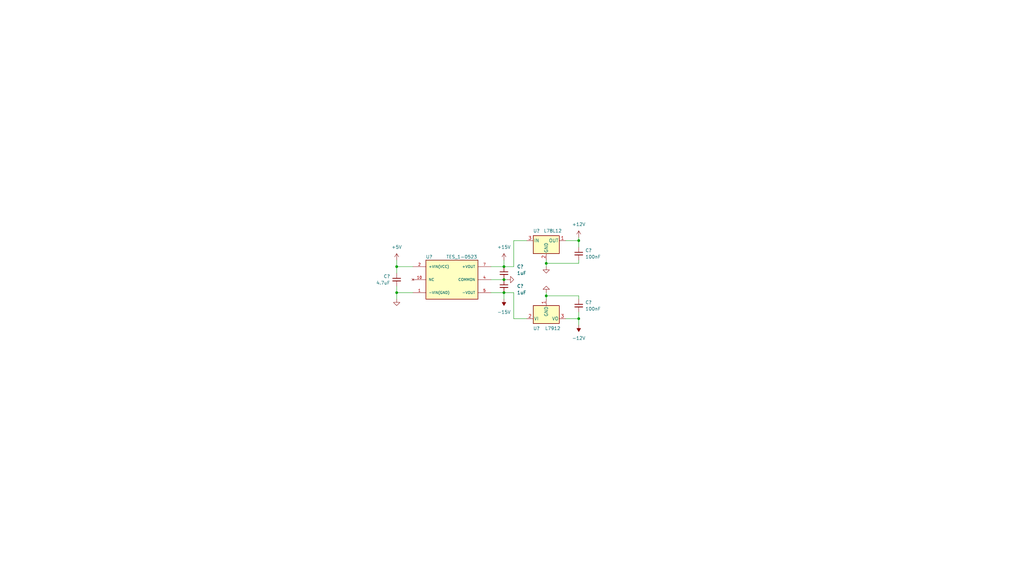
<source format=kicad_sch>
(kicad_sch (version 20211123) (generator eeschema)
  (paper "User" 399.999 224.993)
  (lib_symbols
    (symbol "Device:C_Small" (pin_numbers hide) (pin_names (offset 0.254) hide)
      (property "Reference" "C" (at 0.254 1.778 0))
      (property "Value" "C_Small" (at 0.254 -2.032 0))
      (symbol "C_Small_0_1"
        (polyline (pts (xy -1.524 -0.508) (xy 1.524 -0.508)) (stroke (width 0.3302)))
        (polyline (pts (xy -1.524 0.508) (xy 1.524 0.508)) (stroke (width 0.3048)))
      )
      (symbol "C_Small_1_1"
        (pin passive line (at 0 2.54 270) (length 2.032) (name "~") (number "1"))
        (pin passive line (at 0 -2.54 90) (length 2.032) (name "~") (number "2"))
      )
    )
    (symbol "Regulator_Linear:L78L12_SOT89" (pin_names (offset 0.254))
      (property "Reference" "U" (at -3.81 3.175 0))
      (property "Value" "L78L12_SOT89" (at -0.635 3.175 0))
      (symbol "L78L12_SOT89_0_1"
        (rectangle (start -5.08 1.905) (end 5.08 -5.08) (stroke (width 0.254)) (fill (type background)))
      )
      (symbol "L78L12_SOT89_1_1"
        (pin power_out line (at 7.62 0 180) (length 2.54) (name "OUT") (number "1"))
        (pin power_in line (at 0 -7.62 90) (length 2.54) (name "GND") (number "2"))
        (pin power_in line (at -7.62 0 0) (length 2.54) (name "IN") (number "3"))
      )
    )
    (symbol "Regulator_Linear:L7912" (pin_names (offset 0.254))
      (property "Reference" "U" (at -3.81 -3.175 0))
      (property "Value" "L7912" (at 0 -3.175 0))
      (symbol "L7912_0_1"
        (rectangle (start -5.08 5.08) (end 5.08 -1.905) (stroke (width 0.254)) (fill (type background)))
      )
      (symbol "L7912_1_1"
        (pin power_in line (at 0 7.62 270) (length 2.54) (name "GND") (number "1"))
        (pin power_in line (at -7.62 0 0) (length 2.54) (name "VI") (number "2"))
        (pin power_out line (at 7.62 0 180) (length 2.54) (name "VO") (number "3"))
      )
    )
    (symbol "TES_1-0523:TES_1-0523" (pin_names (offset 1.016))
      (property "Reference" "PS?" (at -13.97 8.89 0))
      (property "Value" "TES_1-0523" (at -1.27 8.89 0))
      (symbol "TES_1-0523_0_0"
        (rectangle (start -15.24 7.62) (end 5.08 -7.62) (stroke (width 0.254)) (fill (type background)))
        (pin input line (at -20.32 -5.08 0) (length 5.08) (name "-VIN(GND)") (number "1"))
        (pin no_connect line (at -20.32 0 0) (length 5.08) (name "NC") (number "10"))
        (pin input line (at -20.32 5.08 0) (length 5.08) (name "+VIN(VCC)") (number "2"))
        (pin passive line (at 10.16 0 180) (length 5.08) (name "COMMON") (number "4"))
        (pin output line (at 10.16 -5.08 180) (length 5.08) (name "-VOUT") (number "5"))
        (pin output line (at 10.16 5.08 180) (length 5.08) (name "+VOUT") (number "7"))
      )
    )
    (symbol "power:+12V" (power) (pin_names (offset 0))
      (property "Value" "+12V" (at 0 3.556 0))
      (symbol "+12V_0_1"
        (polyline (pts (xy -0.762 1.27) (xy 0 2.54)))
        (polyline (pts (xy 0 0) (xy 0 2.54)))
        (polyline (pts (xy 0 2.54) (xy 0.762 1.27)))
      )
      (symbol "+12V_1_1"
        (pin power_in line (at 0 0 90) (length 0) hide (name "+12V") (number "1"))
      )
    )
    (symbol "power:+15V" (power) (pin_names (offset 0))
      (property "Value" "+15V" (at 0 3.556 0))
      (symbol "+15V_0_1"
        (polyline (pts (xy -0.762 1.27) (xy 0 2.54)))
        (polyline (pts (xy 0 0) (xy 0 2.54)))
        (polyline (pts (xy 0 2.54) (xy 0.762 1.27)))
      )
      (symbol "+15V_1_1"
        (pin power_in line (at 0 0 90) (length 0) hide (name "+15V") (number "1"))
      )
    )
    (symbol "power:+5V" (power) (pin_names (offset 0))
      (property "Value" "+5V" (at 0 3.556 0))
      (symbol "+5V_0_1"
        (polyline (pts (xy -0.762 1.27) (xy 0 2.54)))
        (polyline (pts (xy 0 0) (xy 0 2.54)))
        (polyline (pts (xy 0 2.54) (xy 0.762 1.27)))
      )
      (symbol "+5V_1_1"
        (pin power_in line (at 0 0 90) (length 0) hide (name "+5V") (number "1"))
      )
    )
    (symbol "power:-12V" (power) (pin_names (offset 0))
      (property "Value" "-12V" (at 0 3.81 0))
      (symbol "-12V_0_0"
        (pin power_in line (at 0 0 90) (length 0) hide (name "-12V") (number "1"))
      )
      (symbol "-12V_0_1"
        (polyline (pts (xy 0 0) (xy 0 1.27) (xy 0.762 1.27) (xy 0 2.54) (xy -0.762 1.27) (xy 0 1.27)) (fill (type outline)))
      )
    )
    (symbol "power:-15V" (power) (pin_names (offset 0))
      (property "Value" "-15V" (at 0 3.81 0))
      (symbol "-15V_0_0"
        (pin power_in line (at 0 0 90) (length 0) hide (name "-15V") (number "1"))
      )
      (symbol "-15V_0_1"
        (polyline (pts (xy 0 0) (xy 0 1.27) (xy 0.762 1.27) (xy 0 2.54) (xy -0.762 1.27) (xy 0 1.27)) (fill (type outline)))
      )
    )
    (symbol "power:GND" (power) (pin_names (offset 0))
      (property "Value" "GND" (at 0 -3.81 0))
      (symbol "GND_0_1"
        (polyline (pts (xy 0 0) (xy 0 -1.27) (xy 1.27 -1.27) (xy 0 -2.54) (xy -1.27 -1.27) (xy 0 -1.27)))
      )
      (symbol "GND_1_1"
        (pin power_in line (at 0 0 270) (length 0) hide (name "GND") (number "1"))
      )
    )
  )
  (junction (at 154.94 104.14))
  (junction (at 196.85 109.22))
  (junction (at 226.06 93.98))
  (junction (at 213.36 115.57))
  (junction (at 213.36 102.87))
  (junction (at 154.94 114.3))
  (junction (at 196.85 114.3))
  (junction (at 196.85 104.14))
  (junction (at 226.06 124.46))
  (wire (pts (xy 226.06 115.57) (xy 213.36 115.57)))
  (wire (pts (xy 213.36 102.87) (xy 213.36 101.6)))
  (wire (pts (xy 200.66 104.14) (xy 200.66 93.98)))
  (wire (pts (xy 196.85 104.14) (xy 200.66 104.14)))
  (wire (pts (xy 213.36 114.3) (xy 213.36 115.57)))
  (wire (pts (xy 226.06 102.87) (xy 213.36 102.87)))
  (wire (pts (xy 154.94 104.14) (xy 161.29 104.14)))
  (wire (pts (xy 191.77 109.22) (xy 196.85 109.22)))
  (wire (pts (xy 191.77 114.3) (xy 196.85 114.3)))
  (wire (pts (xy 154.94 114.3) (xy 154.94 116.84)))
  (wire (pts (xy 226.06 92.71) (xy 226.06 93.98)))
  (wire (pts (xy 220.98 93.98) (xy 226.06 93.98)))
  (wire (pts (xy 191.77 104.14) (xy 196.85 104.14)))
  (wire (pts (xy 200.66 124.46) (xy 205.74 124.46)))
  (wire (pts (xy 220.98 124.46) (xy 226.06 124.46)))
  (wire (pts (xy 226.06 116.84) (xy 226.06 115.57)))
  (wire (pts (xy 226.06 96.52) (xy 226.06 93.98)))
  (wire (pts (xy 196.85 109.22) (xy 198.12 109.22)))
  (wire (pts (xy 154.94 111.76) (xy 154.94 114.3)))
  (wire (pts (xy 200.66 93.98) (xy 205.74 93.98)))
  (wire (pts (xy 154.94 106.68) (xy 154.94 104.14)))
  (wire (pts (xy 196.85 114.3) (xy 200.66 114.3)))
  (wire (pts (xy 226.06 124.46) (xy 226.06 127)))
  (wire (pts (xy 213.36 104.14) (xy 213.36 102.87)))
  (wire (pts (xy 226.06 101.6) (xy 226.06 102.87)))
  (wire (pts (xy 196.85 101.6) (xy 196.85 104.14)))
  (wire (pts (xy 226.06 124.46) (xy 226.06 121.92)))
  (wire (pts (xy 213.36 115.57) (xy 213.36 116.84)))
  (wire (pts (xy 154.94 101.6) (xy 154.94 104.14)))
  (wire (pts (xy 200.66 114.3) (xy 200.66 124.46)))
  (wire (pts (xy 154.94 114.3) (xy 161.29 114.3)))
  (wire (pts (xy 196.85 114.3) (xy 196.85 116.84)))
  (symbol (lib_id "Device:C_Small") (at 196.85 106.68 0) (unit 1)
    (property "Reference" "C?" (at 201.93 104.14 0) (effects (justify left)))
    (property "Value" "1uF" (at 201.93 106.68 0) (effects (justify left)))
  )
  (symbol (lib_id "power:GND") (at 213.36 104.14 0) (unit 1)
    (property "Reference" "#PWR?" (effects hide))
    (property "Value" "GND" (effects hide))
  )
  (symbol (lib_id "power:+15V") (at 196.85 101.6 0) (unit 1)
    (property "Reference" "#PWR?" (effects hide))
    (property "Value" "+15V" (at 196.85 96.52 0))
  )
  (symbol (lib_id "power:+5V") (at 154.94 101.6 0) (unit 1)
    (property "Reference" "#PWR?" (effects hide))
    (property "Value" "+5V" (at 154.94 96.52 0))
  )
  (symbol (lib_id "Device:C_Small") (at 226.06 119.38 0) (unit 1)
    (property "Reference" "C?" (at 228.6 118.1162 0) (effects (justify left)))
    (property "Value" "100nF" (at 228.6 120.6562 0) (effects (justify left)))
  )
  (symbol (lib_id "Regulator_Linear:L7912") (at 213.36 124.46 0) (unit 1)
    (property "Reference" "U?" (at 209.55 128.27 0))
    (property "Value" "L7912" (at 215.9 128.27 0))
    (property "Footprint" "Package_TO_SOT_SMD:SOT-89-3" (effects hide))
    (property "Datasheet" "http://www.st.com/content/ccc/resource/technical/document/datasheet/c9/16/86/41/c7/2b/45/f2/CD00000450.pdf/files/CD00000450.pdf/jcr:content/translations/en.CD00000450.pdf" (effects hide))
  )
  (symbol (lib_id "power:GND") (at 198.12 109.22 90) (unit 1)
    (property "Reference" "#PWR?" (effects hide))
    (property "Value" "GND" (effects hide))
  )
  (symbol (lib_id "Device:C_Small") (at 196.85 111.76 0) (unit 1)
    (property "Reference" "C?" (at 201.93 111.76 0) (effects (justify left)))
    (property "Value" "1uF" (at 201.93 114.3 0) (effects (justify left)))
  )
  (symbol (lib_id "Regulator_Linear:L78L12_SOT89") (at 213.36 93.98 0) (unit 1)
    (property "Reference" "U?" (at 209.55 90.17 0))
    (property "Value" "L78L12" (at 215.9 90.17 0))
    (property "Footprint" "Package_TO_SOT_SMD:SOT-89-3" (effects hide))
    (property "Datasheet" "http://www.st.com/content/ccc/resource/technical/document/datasheet/15/55/e5/aa/23/5b/43/fd/CD00000446.pdf/files/CD00000446.pdf/jcr:content/translations/en.CD00000446.pdf" (effects hide))
  )
  (symbol (lib_id "TES_1-0523:TES_1-0523") (at 181.61 109.22 0) (unit 1)
    (property "Reference" "U?" (at 167.64 100.33 0))
    (property "Value" "TES_1-0523" (at 180.34 100.33 0))
    (property "Footprint" "CONV_TES_1-0523" (effects hide))
    (property "STANDARD" "Manufacturer Recommendation" (effects hide))
    (property "PARTREV" "June 23, 2020" (effects hide))
    (property "MANUFACTURER" "Traco Power" (effects hide))
    (property "MAXIMUM_PACKAGE_HEIGHT" "7.5mm" (effects hide))
  )
  (symbol (lib_id "power:+12V") (at 226.06 92.71 0) (unit 1)
    (property "Reference" "#PWR?" (effects hide))
    (property "Value" "+12V" (at 226.06 87.63 0))
  )
  (symbol (lib_id "power:-15V") (at 196.85 116.84 180) (unit 1)
    (property "Reference" "#PWR?" (effects hide))
    (property "Value" "-15V" (at 196.85 121.92 0))
  )
  (symbol (lib_id "power:-12V") (at 226.06 127 180) (unit 1)
    (property "Reference" "#PWR?" (effects hide))
    (property "Value" "-12V" (at 226.06 132.08 0))
  )
  (symbol (lib_id "Device:C_Small") (at 226.06 99.06 0) (unit 1)
    (property "Reference" "C?" (at 228.6 97.7962 0) (effects (justify left)))
    (property "Value" "100nF" (at 228.6 100.3362 0) (effects (justify left)))
  )
  (symbol (lib_id "power:GND") (at 213.36 114.3 180) (unit 1)
    (property "Reference" "#PWR?" (effects hide))
    (property "Value" "GND" (effects hide))
  )
  (symbol (lib_id "Device:C_Small") (at 154.94 109.22 0) (mirror y) (unit 1)
    (property "Reference" "C?" (at 152.4 107.95 0) (effects (justify left)))
    (property "Value" "4.7uF" (at 152.4 110.49 0) (effects (justify left)))
  )
  (symbol (lib_id "power:GND") (at 154.94 116.84 0) (unit 1)
    (property "Reference" "#PWR?" (effects hide))
    (property "Value" "GND" (effects hide))
  )
)
</source>
